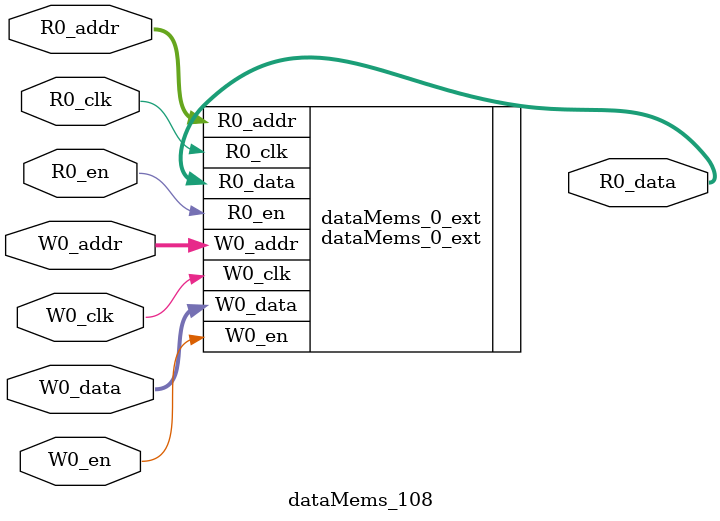
<source format=sv>
`ifndef RANDOMIZE
  `ifdef RANDOMIZE_REG_INIT
    `define RANDOMIZE
  `endif // RANDOMIZE_REG_INIT
`endif // not def RANDOMIZE
`ifndef RANDOMIZE
  `ifdef RANDOMIZE_MEM_INIT
    `define RANDOMIZE
  `endif // RANDOMIZE_MEM_INIT
`endif // not def RANDOMIZE

`ifndef RANDOM
  `define RANDOM $random
`endif // not def RANDOM

// Users can define 'PRINTF_COND' to add an extra gate to prints.
`ifndef PRINTF_COND_
  `ifdef PRINTF_COND
    `define PRINTF_COND_ (`PRINTF_COND)
  `else  // PRINTF_COND
    `define PRINTF_COND_ 1
  `endif // PRINTF_COND
`endif // not def PRINTF_COND_

// Users can define 'ASSERT_VERBOSE_COND' to add an extra gate to assert error printing.
`ifndef ASSERT_VERBOSE_COND_
  `ifdef ASSERT_VERBOSE_COND
    `define ASSERT_VERBOSE_COND_ (`ASSERT_VERBOSE_COND)
  `else  // ASSERT_VERBOSE_COND
    `define ASSERT_VERBOSE_COND_ 1
  `endif // ASSERT_VERBOSE_COND
`endif // not def ASSERT_VERBOSE_COND_

// Users can define 'STOP_COND' to add an extra gate to stop conditions.
`ifndef STOP_COND_
  `ifdef STOP_COND
    `define STOP_COND_ (`STOP_COND)
  `else  // STOP_COND
    `define STOP_COND_ 1
  `endif // STOP_COND
`endif // not def STOP_COND_

// Users can define INIT_RANDOM as general code that gets injected into the
// initializer block for modules with registers.
`ifndef INIT_RANDOM
  `define INIT_RANDOM
`endif // not def INIT_RANDOM

// If using random initialization, you can also define RANDOMIZE_DELAY to
// customize the delay used, otherwise 0.002 is used.
`ifndef RANDOMIZE_DELAY
  `define RANDOMIZE_DELAY 0.002
`endif // not def RANDOMIZE_DELAY

// Define INIT_RANDOM_PROLOG_ for use in our modules below.
`ifndef INIT_RANDOM_PROLOG_
  `ifdef RANDOMIZE
    `ifdef VERILATOR
      `define INIT_RANDOM_PROLOG_ `INIT_RANDOM
    `else  // VERILATOR
      `define INIT_RANDOM_PROLOG_ `INIT_RANDOM #`RANDOMIZE_DELAY begin end
    `endif // VERILATOR
  `else  // RANDOMIZE
    `define INIT_RANDOM_PROLOG_
  `endif // RANDOMIZE
`endif // not def INIT_RANDOM_PROLOG_

// Include register initializers in init blocks unless synthesis is set
`ifndef SYNTHESIS
  `ifndef ENABLE_INITIAL_REG_
    `define ENABLE_INITIAL_REG_
  `endif // not def ENABLE_INITIAL_REG_
`endif // not def SYNTHESIS

// Include rmemory initializers in init blocks unless synthesis is set
`ifndef SYNTHESIS
  `ifndef ENABLE_INITIAL_MEM_
    `define ENABLE_INITIAL_MEM_
  `endif // not def ENABLE_INITIAL_MEM_
`endif // not def SYNTHESIS

module dataMems_108(	// @[generators/ara/src/main/scala/UnsafeAXI4ToTL.scala:365:62]
  input  [4:0]   R0_addr,
  input          R0_en,
  input          R0_clk,
  output [258:0] R0_data,
  input  [4:0]   W0_addr,
  input          W0_en,
  input          W0_clk,
  input  [258:0] W0_data
);

  dataMems_0_ext dataMems_0_ext (	// @[generators/ara/src/main/scala/UnsafeAXI4ToTL.scala:365:62]
    .R0_addr (R0_addr),
    .R0_en   (R0_en),
    .R0_clk  (R0_clk),
    .R0_data (R0_data),
    .W0_addr (W0_addr),
    .W0_en   (W0_en),
    .W0_clk  (W0_clk),
    .W0_data (W0_data)
  );
endmodule


</source>
